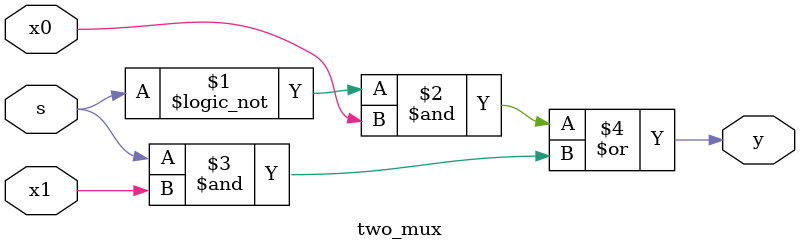
<source format=v>
module two_mux(s,x0,x1,y);
input s,x0,x1;
output y;

assign y = (!s & x0) | (s & x1);
endmodule

</source>
